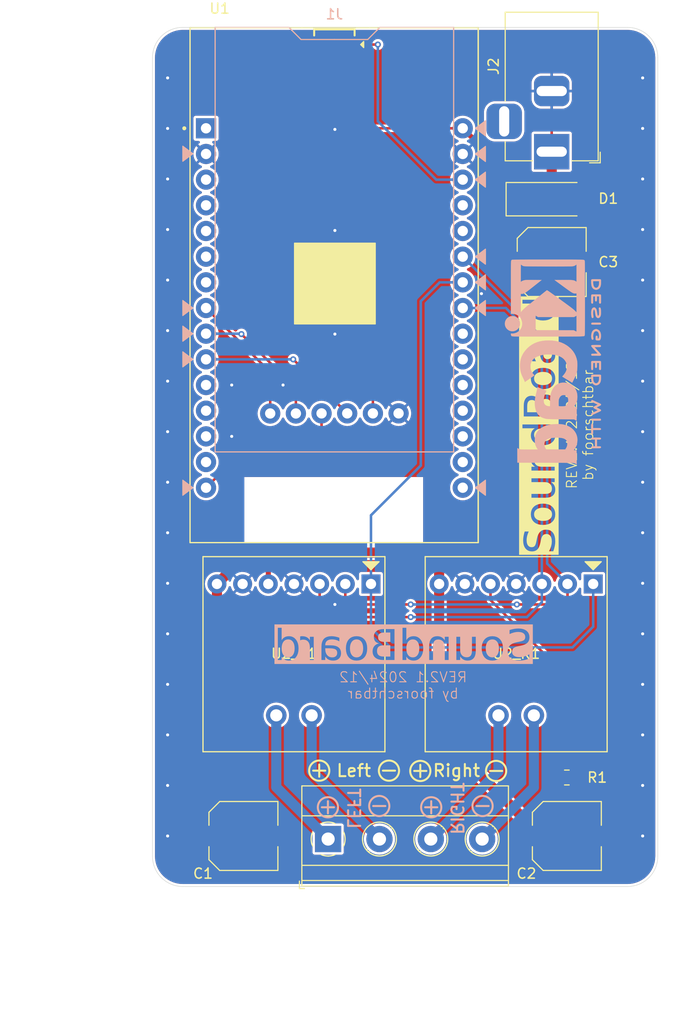
<source format=kicad_pcb>
(kicad_pcb (version 20240108) (generator "pcbnew") (generator_version "8.0")
  (layers (0 "F.Cu" signal) (31 "B.Cu" signal) (34 "B.Paste" user) (35 "F.Paste" user) (36 "B.SilkS" user "B.Silkscreen") (37 "F.SilkS" user "F.Silkscreen") (38 "B.Mask" user) (39 "F.Mask" user) (44 "Edge.Cuts" user))
  (net 0 "")
  (net 1 "+5V")
  (net 2 "GND")
  (net 3 "VIN")
  (net 4 "Net-(J3-Pin_2)")
  (net 5 "Net-(J3-Pin_1)")
  (net 6 "Net-(U2_R1-~{SD})")
  (net 7 "I2S_BCLK")
  (net 8 "I2S_LRC")
  (net 9 "I2S_DIN")
  (net 11 "NEOPIXEL")
  (net 17 "SD_SCK")
  (net 27 "SD_MOSI")
  (net 31 "SD_CS")
  (net 34 "SD_MISO")
  (net 36 "Net-(J3-Pin_4)")
  (net 37 "Net-(J3-Pin_3)")
  (footprint "MAX98357A:MAX98357A" (layer "F.Cu") (at 147.985 120.175 -90)
    (property "Reference" "U2_L1" (at 0 0 180) (layer "F.SilkS"))
    (property "Value" "DEV14809" (hide yes))
    (pad "J1_1" thru_hole circle (at 6.1 1.75 270) (size 2.032 2.032) (drill 1.2) (layers "*.Cu" "*.Mask") (net 5 "Net-(J3-Pin_1)"))
    (pad "J1_2" thru_hole circle (at 6.1 -1.75 270) (size 2.032 2.032) (drill 1.2) (layers "*.Cu" "*.Mask") (net 4 "Net-(J3-Pin_2)"))
    (pad "J2_1" thru_hole rect (at -6.9 -7.62 270) (size 1.8796 1.8796) (drill 1.016) (layers "*.Cu" "*.Mask") (net 8 "I2S_LRC"))
    (pad "J2_2" thru_hole circle (at -6.9 -5.08 270) (size 1.8796 1.8796) (drill 1.016) (layers "*.Cu" "*.Mask") (net 7 "I2S_BCLK"))
    (pad "J2_3" thru_hole circle (at -6.9 -2.54 270) (size 1.8796 1.8796) (drill 1.016) (layers "*.Cu" "*.Mask") (net 9 "I2S_DIN"))
    (pad "J2_4" thru_hole circle (at -6.9 0 270) (size 1.8796 1.8796) (drill 1.016) (layers "*.Cu" "*.Mask") (net 2 "GND"))
    (pad "J2_5" thru_hole circle (at -6.9 2.54 270) (size 1.8796 1.8796) (drill 1.016) (layers "*.Cu" "*.Mask") (net 1 "+5V"))
    (pad "J2_6" thru_hole circle (at -6.9 5.08 270) (size 1.8796 1.8796) (drill 1.016) (layers "*.Cu" "*.Mask") (net 2 "GND"))
    (pad "J2_7" thru_hole circle (at -6.9 7.62 270) (size 1.8796 1.8796) (drill 1.016) (layers "*.Cu" "*.Mask") (net 1 "+5V"))
  )
  (footprint "TerminalBlock_Phoenix:TerminalBlock_Phoenix_MKDS-1,5-4-5.08_1x04_P5.08mm_Horizontal" (layer "F.Cu") (at 151.365 138.515)
    (property "Reference" "J3" (hide yes))
    (property "Value" "Conn_01x04_Socket" (hide yes))
    (pad "1" thru_hole rect (at 0 0) (size 2.6 2.6) (drill 1.3) (layers "*.Cu" "*.Mask") (net 5 "Net-(J3-Pin_1)"))
    (pad "2" thru_hole circle (at 5.08 0) (size 2.6 2.6) (drill 1.3) (layers "*.Cu" "*.Mask") (net 4 "Net-(J3-Pin_2)"))
    (pad "3" thru_hole circle (at 10.16 0) (size 2.6 2.6) (drill 1.3) (layers "*.Cu" "*.Mask") (net 37 "Net-(J3-Pin_3)"))
    (pad "4" thru_hole circle (at 15.24 0) (size 2.6 2.6) (drill 1.3) (layers "*.Cu" "*.Mask") (net 36 "Net-(J3-Pin_4)"))
  )
  (footprint "Capacitor_SMD:C_Elec_6.3x7.7" (layer "F.Cu") (at 173.485 81.425)
    (property "Reference" "C3" (at 5.6 0 0) (layer "F.SilkS"))
    (property "Value" "470uF" (hide yes))
    (pad "1" smd roundrect (at -2.5375 0) (size 3.325 1.6) (layers "F.Cu" "F.Paste" "F.Mask") (roundrect_rratio 0.15625) (net 1 "+5V"))
    (pad "2" smd roundrect (at 2.5375 0) (size 3.325 1.6) (layers "F.Cu" "F.Paste" "F.Mask") (roundrect_rratio 0.15625) (net 2 "GND"))
  )
  (footprint "ESP32-DEVKIT-V1:ESP32_DEVKIT_V1" (layer "F.Cu") (at 151.985 83.71)
    (property "Reference" "U1" (at -11.355 -27.36 0) (layer "F.SilkS"))
    (property "Value" "ESP32-DEVKIT-V1" (hide yes))
    (pad "1" thru_hole rect (at -12.7 -15.515) (size 2 2) (drill 1.02) (layers "*.Cu" "*.Mask"))
    (pad "2" thru_hole circle (at -12.7 -12.975) (size 2 2) (drill 1.02) (layers "*.Cu" "*.Mask") (net 2 "GND"))
    (pad "3" thru_hole circle (at -12.7 -10.435) (size 2 2) (drill 1.02) (layers "*.Cu" "*.Mask"))
    (pad "4" thru_hole circle (at -12.7 -7.895) (size 2 2) (drill 1.02) (layers "*.Cu" "*.Mask"))
    (pad "5" thru_hole circle (at -12.7 -5.355) (size 2 2) (drill 1.02) (layers "*.Cu" "*.Mask"))
    (pad "6" thru_hole circle (at -12.7 -2.815) (size 2 2) (drill 1.02) (layers "*.Cu" "*.Mask"))
    (pad "7" thru_hole circle (at -12.7 -0.275) (size 2 2) (drill 1.02) (layers "*.Cu" "*.Mask"))
    (pad "8" thru_hole circle (at -12.7 2.265) (size 2 2) (drill 1.02) (layers "*.Cu" "*.Mask") (net 31 "SD_CS"))
    (pad "9" thru_hole circle (at -12.7 4.805) (size 2 2) (drill 1.02) (layers "*.Cu" "*.Mask") (net 17 "SD_SCK"))
    (pad "10" thru_hole circle (at -12.7 7.345) (size 2 2) (drill 1.02) (layers "*.Cu" "*.Mask") (net 34 "SD_MISO"))
    (pad "11" thru_hole circle (at -12.7 9.885) (size 2 2) (drill 1.02) (layers "*.Cu" "*.Mask"))
    (pad "12" thru_hole circle (at -12.7 12.425) (size 2 2) (drill 1.02) (layers "*.Cu" "*.Mask"))
    (pad "13" thru_hole circle (at -12.7 14.965) (size 2 2) (drill 1.02) (layers "*.Cu" "*.Mask"))
    (pad "14" thru_hole circle (at -12.7 17.505) (size 2 2) (drill 1.02) (layers "*.Cu" "*.Mask"))
    (pad "15" thru_hole circle (at -12.7 20.045) (size 2 2) (drill 1.02) (layers "*.Cu" "*.Mask") (net 27 "SD_MOSI"))
    (pad "16" thru_hole circle (at 12.7 20.045) (size 2 2) (drill 1.02) (layers "*.Cu" "*.Mask"))
    (pad "17" thru_hole circle (at 12.7 17.505) (size 2 2) (drill 1.02) (layers "*.Cu" "*.Mask"))
    (pad "18" thru_hole circle (at 12.7 14.965) (size 2 2) (drill 1.02) (layers "*.Cu" "*.Mask"))
    (pad "19" thru_hole circle (at 12.7 12.425) (size 2 2) (drill 1.02) (layers "*.Cu" "*.Mask"))
    (pad "20" thru_hole circle (at 12.7 9.885) (size 2 2) (drill 1.02) (layers "*.Cu" "*.Mask"))
    (pad "21" thru_hole circle (at 12.7 7.345) (size 2 2) (drill 1.02) (layers "*.Cu" "*.Mask"))
    (pad "22" thru_hole circle (at 12.7 4.805) (size 2 2) (drill 1.02) (layers "*.Cu" "*.Mask"))
    (pad "23" thru_hole circle (at 12.7 2.265) (size 2 2) (drill 1.02) (layers "*.Cu" "*.Mask") (net 9 "I2S_DIN"))
    (pad "24" thru_hole circle (at 12.7 -0.275) (size 2 2) (drill 1.02) (layers "*.Cu" "*.Mask") (net 8 "I2S_LRC"))
    (pad "25" thru_hole circle (at 12.7 -2.815) (size 2 2) (drill 1.02) (layers "*.Cu" "*.Mask") (net 7 "I2S_BCLK"))
    (pad "26" thru_hole circle (at 12.7 -5.355) (size 2 2) (drill 1.02) (layers "*.Cu" "*.Mask"))
    (pad "27" thru_hole circle (at 12.7 -7.895) (size 2 2) (drill 1.02) (layers "*.Cu" "*.Mask"))
    (pad "28" thru_hole circle (at 12.7 -10.435) (size 2 2) (drill 1.02) (layers "*.Cu" "*.Mask") (net 11 "NEOPIXEL"))
    (pad "29" thru_hole circle (at 12.7 -12.975) (size 2 2) (drill 1.02) (layers "*.Cu" "*.Mask") (net 2 "GND"))
    (pad "30" thru_hole circle (at 12.7 -15.515) (size 2 2) (drill 1.02) (layers "*.Cu" "*.Mask") (net 3 "VIN"))
    (zone (net 0) (net_name "") (layer "F.Cu") (connect_pads (clearance 0)) (min_thickness 0.01)
      (keepout (tracks allowed) (vias not_allowed) (pads not_allowed) (copperpour not_allowed) (footprints allowed))
      (fill (thermal_gap 0.508) (thermal_bridge_width 0.508))
      (polygon (pts (xy 143.075 102.695) (xy 160.765 102.695) (xy 160.765 109.185) (xy 143.075 109.185)))
    )
    (zone (net 0) (net_name "") (layer "B.Cu") (connect_pads (clearance 0)) (min_thickness 0.01)
      (keepout (tracks allowed) (vias not_allowed) (pads not_allowed) (copperpour not_allowed) (footprints allowed))
      (fill (thermal_gap 0.508) (thermal_bridge_width 0.508))
      (polygon (pts (xy 143.075 102.695) (xy 160.765 102.695) (xy 160.765 109.185) (xy 143.075 109.185)))
    )
  )
  (footprint "Connector_BarrelJack:BarrelJack_Horizontal" (layer "F.Cu") (at 173.485 70.51 -90)
    (property "Reference" "J2" (at -8.45 5.75 90) (layer "F.SilkS"))
    (property "Value" "Barrel_Jack_Switch" (hide yes))
    (pad "1" thru_hole rect (at 0 0 270) (size 3.5 3.5) (drill oval 1 3) (layers "*.Cu" "*.Mask") (net 1 "+5V"))
    (pad "2" thru_hole roundrect (at -6 0 270) (size 3 3.5) (drill oval 1 3) (layers "*.Cu" "*.Mask") (net 2 "GND"))
    (pad "3" thru_hole roundrect (at -3 4.7 270) (size 3.5 3.5) (drill oval 3 1) (layers "*.Cu" "*.Mask"))
  )
  (footprint "Capacitor_SMD:C_Elec_6.3x7.7" (layer "F.Cu") (at 174.985 138.21)
    (property "Reference" "C2" (at -4 3.715 0) (layer "F.SilkS"))
    (property "Value" "470uF" (hide yes))
    (pad "1" smd roundrect (at -2.5375 0) (size 3.325 1.6) (layers "F.Cu" "F.Paste" "F.Mask") (roundrect_rratio 0.15625) (net 1 "+5V"))
    (pad "2" smd roundrect (at 2.5375 0) (size 3.325 1.6) (layers "F.Cu" "F.Paste" "F.Mask") (roundrect_rratio 0.15625) (net 2 "GND"))
  )
  (footprint "SK6812SIDE:SK6812SIDE" (layer "F.Cu") (at 151.985 59.91 180)
    (property "Reference" "LED1" (hide yes))
    (property "Value" "SK6812SIDE" (hide yes))
    (pad "1" smd custom (at -1.575 0 180) (size 0.55 1.2) (layers "F.Cu" "F.Paste" "F.Mask") (net 11 "NEOPIXEL") (options (clearance outline) (anchor rect)) (primitives (gr_rect (start -0.725 -0.275) (end 0.225 0.275) (width 0) (fill yes))))
    (pad "2" smd rect (at -0.45 0 180) (size 0.7 1.2) (layers "F.Cu" "F.Paste" "F.Mask") (net 3 "VIN"))
    (pad "3" smd rect (at 0.575 0 180) (size 0.45 1.2) (layers "F.Cu" "F.Paste" "F.Mask"))
    (pad "4" smd custom (at 1.575 0 180) (size 0.55 1.2) (layers "F.Cu" "F.Paste" "F.Mask") (net 2 "GND") (options (clearance outline) (anchor rect)) (primitives (gr_rect (start -0.225 -0.275) (end 0.725 0.275) (width 0) (fill yes))))
  )
  (footprint "Capacitor_SMD:C_Elec_6.3x7.7" (layer "F.Cu") (at 142.985 138.21)
    (property "Reference" "C1" (at -4 3.715 0) (layer "F.SilkS"))
    (property "Value" "470uF" (hide yes))
    (pad "1" smd roundrect (at -2.5375 0) (size 3.325 1.6) (layers "F.Cu" "F.Paste" "F.Mask") (roundrect_rratio 0.15625) (net 1 "+5V"))
    (pad "2" smd roundrect (at 2.5375 0) (size 3.325 1.6) (layers "F.Cu" "F.Paste" "F.Mask") (roundrect_rratio 0.15625) (net 2 "GND"))
  )
  (footprint "Diode_SMD:D_SMA_Handsoldering" (layer "F.Cu") (at 173.485 75.21)
    (property "Reference" "D1" (at 5.6 -0.06 0) (layer "F.SilkS"))
    (property "Value" "1N5822")
    (pad "1" smd roundrect (at -2.5 0) (size 3.5 1.8) (layers "F.Cu" "F.Paste" "F.Mask") (roundrect_rratio 0.1388888889) (net 3 "VIN"))
    (pad "2" smd roundrect (at 2.5 0) (size 3.5 1.8) (layers "F.Cu" "F.Paste" "F.Mask") (roundrect_rratio 0.1388888889) (net 1 "+5V"))
  )
  (footprint "MAX98357A:MAX98357A" (layer "F.Cu") (at 169.97 120.175 -90)
    (property "Reference" "U2_R1" (at 0 -0.015 0) (layer "F.SilkS"))
    (property "Value" "DEV14809" (hide yes))
    (pad "J1_1" thru_hole circle (at 6.1 1.75 270) (size 2.032 2.032) (drill 1.2) (layers "*.Cu" "*.Mask") (net 37 "Net-(J3-Pin_3)"))
    (pad "J1_2" thru_hole circle (at 6.1 -1.75 270) (size 2.032 2.032) (drill 1.2) (layers "*.Cu" "*.Mask") (net 36 "Net-(J3-Pin_4)"))
    (pad "J2_1" thru_hole rect (at -6.9 -7.62 270) (size 1.8796 1.8796) (drill 1.016) (layers "*.Cu" "*.Mask") (net 8 "I2S_LRC"))
    (pad "J2_2" thru_hole circle (at -6.9 -5.08 270) (size 1.8796 1.8796) (drill 1.016) (layers "*.Cu" "*.Mask") (net 7 "I2S_BCLK"))
    (pad "J2_3" thru_hole circle (at -6.9 -2.54 270) (size 1.8796 1.8796) (drill 1.016) (layers "*.Cu" "*.Mask") (net 9 "I2S_DIN"))
    (pad "J2_4" thru_hole circle (at -6.9 0 270) (size 1.8796 1.8796) (drill 1.016) (layers "*.Cu" "*.Mask") (net 2 "GND"))
    (pad "J2_5" thru_hole circle (at -6.9 2.54 270) (size 1.8796 1.8796) (drill 1.016) (layers "*.Cu" "*.Mask") (net 6 "Net-(U2_R1-~{SD})"))
    (pad "J2_6" thru_hole circle (at -6.9 5.08 270) (size 1.8796 1.8796) (drill 1.016) (layers "*.Cu" "*.Mask") (net 2 "GND"))
    (pad "J2_7" thru_hole circle (at -6.9 7.62 270) (size 1.8796 1.8796) (drill 1.016) (layers "*.Cu" "*.Mask") (net 1 "+5V"))
  )
  (footprint "Resistor_SMD:R_0805_2012Metric_Pad1.20x1.40mm_HandSolder" (layer "F.Cu") (at 174.985 132.425)
    (property "Reference" "R1" (at 3 0 0) (layer "F.SilkS"))
    (property "Value" "370k" (hide yes))
    (pad "1" smd roundrect (at -1 0) (size 1.2 1.4) (layers "F.Cu" "F.Paste" "F.Mask") (roundrect_rratio 0.208333) (net 1 "+5V"))
    (pad "2" smd roundrect (at 1 0) (size 1.2 1.4) (layers "F.Cu" "F.Paste" "F.Mask") (roundrect_rratio 0.208333) (net 6 "Net-(U2_R1-~{SD})"))
  )
  (footprint "Symbol:KiCad-Logo2_8mm_SilkScreen" (layer "B.Cu") (at 172.785 91.305 -90)
    (property "Reference" "REF**" (hide yes))
    (property "Value" "KiCad-Logo2_8mm_SilkScreen" (hide yes))
  )
  (footprint "SDCardAdapter:SDCardAdapter" (layer "B.Cu") (at 151.985 79.21 180)
    (property "Reference" "J1" (at 0 22.3 0) (layer "B.SilkS") (effects (justify mirror)))
    (property "Value" "Micro SD Card Adapter" (hide yes))
    (pad "1" thru_hole circle (at -6.35 -17.19 180) (size 2 2) (drill 1.02) (layers "*.Cu" "*.Mask") (net 2 "GND"))
    (pad "2" thru_hole circle (at -3.81 -17.19 180) (size 2 2) (drill 1.02) (layers "*.Cu" "*.Mask") (net 3 "VIN"))
    (pad "3" thru_hole circle (at -1.27 -17.19 180) (size 2 2) (drill 1.02) (layers "*.Cu" "*.Mask") (net 34 "SD_MISO"))
    (pad "4" thru_hole circle (at 1.27 -17.19 180) (size 2 2) (drill 1.02) (layers "*.Cu" "*.Mask") (net 27 "SD_MOSI"))
    (pad "5" thru_hole circle (at 3.81 -17.2 180) (size 2 2) (drill 1.02) (layers "*.Cu" "*.Mask") (net 17 "SD_SCK"))
    (pad "6" thru_hole circle (at 6.35 -17.2 180) (size 2 2) (drill 1.02) (layers "*.Cu" "*.Mask") (net 31 "SD_CS"))
  )
  (gr_poly (pts (xy 166.935 104.505) (xy 166.935 103.005) (xy 165.935 103.755)) (stroke (width 0.1)) (fill solid) (layer "B.SilkS"))
  (gr_poly (pts (xy 136.985 85.225) (xy 136.985 86.725) (xy 137.985 85.975)) (stroke (width 0.1)) (fill solid) (layer "B.SilkS"))
  (gr_circle (center 156.425 135.245001) (end 157.425 135.245001) (stroke (width 0.2)) (fill none) (layer "B.SilkS"))
  (gr_line (start 150.745 135.370001) (end 151.945 135.370001) (stroke (width 0.2)) (layer "B.SilkS"))
  (gr_poly (pts (xy 136.985 103.005) (xy 136.985 104.505) (xy 137.985 103.755)) (stroke (width 0.1)) (fill solid) (layer "B.SilkS"))
  (gr_circle (center 161.565 135.370001) (end 162.565 135.370001) (stroke (width 0.2)) (fill none) (layer "B.SilkS"))
  (gr_poly (pts (xy 166.935 81.645) (xy 166.935 80.145) (xy 165.935 80.895)) (stroke (width 0.1)) (fill solid) (layer "B.SilkS"))
  (gr_poly (pts (xy 166.935 86.725) (xy 166.935 85.225) (xy 165.935 85.975)) (stroke (width 0.1)) (fill solid) (layer "B.SilkS"))
  (gr_poly (pts (xy 136.985 69.96) (xy 136.985 71.46) (xy 137.985 70.71)) (stroke (width 0.1)) (fill solid) (layer "B.SilkS"))
  (gr_poly (pts (xy 166.935 68.945) (xy 166.935 67.445) (xy 165.935 68.195)) (stroke (width 0.1)) (fill solid) (layer "B.SilkS"))
  (gr_line (start 166.045 135.245001) (end 167.245 135.245001) (stroke (width 0.2)) (layer "B.SilkS"))
  (gr_poly (pts (xy 166.935 74.025) (xy 166.935 72.525) (xy 165.935 73.275)) (stroke (width 0.1)) (fill solid) (layer "B.SilkS"))
  (gr_poly (pts (xy 166.935 84.185) (xy 166.935 82.685) (xy 165.935 83.435)) (stroke (width 0.1)) (fill solid) (layer "B.SilkS"))
  (gr_circle (center 166.645 135.245001) (end 167.645 135.245001) (stroke (width 0.2)) (fill none) (layer "B.SilkS"))
  (gr_poly (pts (xy 166.935 71.485) (xy 166.935 69.985) (xy 165.935 70.735)) (stroke (width 0.1)) (fill solid) (layer "B.SilkS"))
  (gr_line (start 161.565 135.970001) (end 161.565 134.770001) (stroke (width 0.2)) (layer "B.SilkS"))
  (gr_circle (center 151.345 135.370001) (end 152.345 135.370001) (stroke (width 0.2)) (fill none) (layer "B.SilkS"))
  (gr_poly (pts (xy 136.985 87.765) (xy 136.985 89.265) (xy 137.985 88.515)) (stroke (width 0.1)) (fill solid) (layer "B.SilkS"))
  (gr_line (start 160.965 135.370001) (end 162.165 135.370001) (stroke (width 0.2)) (layer "B.SilkS"))
  (gr_line (start 151.345 135.970001) (end 151.345 134.770001) (stroke (width 0.2)) (layer "B.SilkS"))
  (gr_line (start 155.825 135.245001) (end 157.025 135.245001) (stroke (width 0.2)) (layer "B.SilkS"))
  (gr_poly (pts (xy 136.985 90.305) (xy 136.985 91.805) (xy 137.985 91.055)) (stroke (width 0.1)) (fill solid) (layer "B.SilkS"))
  (gr_line (start 167.385 131.775) (end 168.585 131.775) (stroke (width 0.2)) (layer "F.SilkS"))
  (gr_circle (center 157.385 131.745) (end 158.385 131.745) (stroke (width 0.2)) (fill none) (layer "F.SilkS"))
  (gr_rect (start 148.035 79.555) (end 156.035 87.555) (stroke (width 0.1)) (fill solid) (layer "F.SilkS"))
  (gr_circle (center 150.485 131.745) (end 151.485 131.745) (stroke (width 0.2)) (fill none) (layer "F.SilkS"))
  (gr_line (start 156.785 131.745) (end 157.985 131.745) (stroke (width 0.2)) (layer "F.SilkS"))
  (gr_line (start 149.885 131.745) (end 151.085 131.745) (stroke (width 0.2)) (layer "F.SilkS"))
  (gr_circle (center 167.985 131.775) (end 168.985 131.775) (stroke (width 0.2)) (fill none) (layer "F.SilkS"))
  (gr_circle (center 160.485 131.775) (end 161.485 131.775) (stroke (width 0.2)) (fill none) (layer "F.SilkS"))
  (gr_line (start 159.885 131.775) (end 161.085 131.775) (stroke (width 0.2)) (layer "F.SilkS"))
  (gr_line (start 160.485 131.175) (end 160.485 132.375) (stroke (width 0.2)) (layer "F.SilkS"))
  (gr_line (start 150.485 131.145) (end 150.485 132.345) (stroke (width 0.2)) (layer "F.SilkS"))
  (gr_arc (start 180.985 58.21) (mid 183.10632 59.08868) (end 183.985 61.21) (stroke (width 0.05)) (layer "Edge.Cuts"))
  (gr_arc (start 133.985 61.21) (mid 134.86368 59.08868) (end 136.985 58.21) (stroke (width 0.05)) (layer "Edge.Cuts"))
  (gr_arc (start 136.985 143.21) (mid 134.86368 142.33132) (end 133.985 140.21) (stroke (width 0.05)) (layer "Edge.Cuts"))
  (gr_line (start 133.985 140.21) (end 133.985 61.21) (stroke (width 0.05)) (layer "Edge.Cuts"))
  (gr_line (start 180.985 143.21) (end 136.985 143.21) (stroke (width 0.05)) (layer "Edge.Cuts"))
  (gr_line (start 183.985 140.21) (end 183.985 61.21) (stroke (width 0.05)) (layer "Edge.Cuts"))
  (gr_arc (start 183.985 140.21) (mid 183.10632 142.33132) (end 180.985 143.21) (stroke (width 0.05)) (layer "Edge.Cuts"))
  (gr_line (start 180.985 58.21) (end 136.985 58.21) (stroke (width 0.05)) (layer "Edge.Cuts"))
  (gr_text "RIGHT" (at 164.105 135.495 -90) (layer "B.SilkS") (effects (font (size 1.2 1.2) (thickness 0.2)) (justify mirror)))
  (gr_text "LEFT" (at 153.885 135.495 -90) (layer "B.SilkS") (effects (font (size 1.2 1.2) (thickness 0.2)) (justify mirror)))
  (gr_text "REV2.1 2024/12\nby foorschtbar\n" (at 158.785 123.305 0) (layer "B.SilkS") (effects (font (size 1 1) (thickness 0.1)) (justify mirror)))
  (gr_text "SoundBoard" (at 158.785 119.555 0) (layer "B.SilkS" knockout) (effects (font (size 3 3) (thickness 0.1)) (justify mirror)))
  (gr_text "Right" (at 164.065 131.745 0) (layer "F.SilkS") (effects (font (size 1.2 1.2) (thickness 0.2))))
  (gr_text "Left" (at 153.905 131.745 0) (layer "F.SilkS") (effects (font (size 1.2 1.2) (thickness 0.2))))
  (gr_text "SoundBoard" (at 172.535 97.555 90) (layer "F.SilkS" knockout) (effects (font (size 3 3) (thickness 0.1))))
  (gr_text "REV2.1 2024/12\nby foorschtbar\n" (at 176.285 97.555 90) (layer "F.SilkS") (effects (font (size 1 1) (thickness 0.1))))
  (segment (start 170.9475 81.425) (end 170.9475 101.7125) (width 1) (layer "F.Cu") (net 1))
  (segment (start 173.52 75.21) (end 173.485 75.175) (width 0.5) (layer "F.Cu") (net 1))
  (segment (start 173.485 70.51) (end 173.485 68.51) (width 0.25) (layer "F.Cu") (net 1))
  (segment (start 145.735 110.175) (end 143.465 110.175) (width 1) (layer "F.Cu") (net 1))
  (segment (start 145.445 113.275) (end 145.445 110.465) (width 0.5) (layer "F.Cu") (net 1))
  (segment (start 173.485 70.51) (end 173.485 75.175) (width 1) (layer "F.Cu") (net 1))
  (segment (start 175.135 75.21) (end 173.52 75.21) (width 1) (layer "F.Cu") (net 1))
  (segment (start 173.485 78.8875) (end 170.9475 81.425) (width 1) (layer "F.Cu") (net 1))
  (segment (start 173.985 132.425) (end 173.985 136.6725) (width 0.25) (layer "F.Cu") (net 1))
  (segment (start 170.9475 101.7125) (end 162.485 110.175) (width 1) (layer "F.Cu") (net 1))
  (segment (start 162.35 113.275) (end 162.35 110.31) (width 1) (layer "F.Cu") (net 1))
  (segment (start 155.795 110.175) (end 145.735 110.175) (width 1) (layer "F.Cu") (net 1))
  (segment (start 162.35 113.275) (end 162.35 128.1125) (width 1) (layer "F.Cu") (net 1))
  (segment (start 143.465 110.175) (end 140.365 113.275) (width 1) (layer "F.Cu") (net 1))
  (segment (start 145.445 110.465) (end 145.735 110.175) (width 0.5) (layer "F.Cu") (net 1))
  (segment (start 173.485 75.175) (end 173.485 78.8875) (width 1) (layer "F.Cu") (net 1))
  (segment (start 162.35 110.31) (end 162.485 110.175) (width 1) (layer "F.Cu") (net 1))
  (segment (start 173.985 136.6725) (end 172.4475 138.21) (width 0.25) (layer "F.Cu") (net 1))
  (segment (start 162.35 128.1125) (end 172.4475 138.21) (width 1) (layer "F.Cu") (net 1))
  (segment (start 162.485 110.175) (end 155.795 110.175) (width 1) (layer "F.Cu") (net 1))
  (segment (start 140.365 113.275) (end 140.365 138.1275) (width 1) (layer "F.Cu") (net 1))
  (via (at 141.825 98.675) (size 0.6) (drill 0.3) (layers "F.Cu" "B.Cu") (net 2))
  (via (at 152.035 68.305) (size 0.6) (drill 0.3) (layers "F.Cu" "B.Cu") (net 2))
  (via (at 135.485 88.21) (size 0.6) (drill 0.3) (layers "F.Cu" "B.Cu") (net 2))
  (via (at 135.485 138.21) (size 0.6) (drill 0.3) (layers "F.Cu" "B.Cu") (net 2))
  (via (at 182.485 63.21) (size 0.6) (drill 0.3) (layers "F.Cu" "B.Cu") (net 2))
  (via (at 182.485 68.21) (size 0.6) (drill 0.3) (layers "F.Cu" "B.Cu") (net 2))
  (via (at 141.825 93.595) (size 0.6) (drill 0.3) (layers "F.Cu" "B.Cu") (net 2))
  (via (at 135.485 123.21) (size 0.6) (drill 0.3) (layers "F.Cu" "B.Cu") (net 2))
  (via (at 182.485 93.21) (size 0.6) (drill 0.3) (layers "F.Cu" "B.Cu") (net 2))
  (via (at 135.485 73.21) (size 0.6) (drill 0.3) (layers "F.Cu" "B.Cu") (net 2))
  (via (at 182.485 73.21) (size 0.6) (drill 0.3) (layers "F.Cu" "B.Cu") (net 2))
  (via (at 152.035 115.305) (size 0.6) (drill 0.3) (layers "F.Cu" "B.Cu") (net 2))
  (via (at 182.485 103.21) (size 0.6) (drill 0.3) (layers "F.Cu" "B.Cu") (net 2))
  (via (at 182.485 138.21) (size 0.6) (drill 0.3) (layers "F.Cu" "B.Cu") (net 2))
  (via (at 152.035 88.555) (size 0.6) (drill 0.3) (layers "F.Cu" "B.Cu") (net 2))
  (via (at 135.485 68.21) (size 0.6) (drill 0.3) (layers "F.Cu" "B.Cu") (net 2))
  (via (at 152.035 78.305) (size 0.6) (drill 0.3) (layers "F.Cu" "B.Cu") (net 2))
  (via (at 146.905 93.595) (size 0.6) (drill 0.3) (layers "F.Cu" "B.Cu") (net 2))
  (via (at 135.485 98.21) (size 0.6) (drill 0.3) (layers "F.Cu" "B.Cu") (net 2))
  (via (at 135.485 78.21) (size 0.6) (drill 0.3) (layers "F.Cu" "B.Cu") (net 2))
  (via (at 182.485 118.21) (size 0.6) (drill 0.3) (layers "F.Cu" "B.Cu") (net 2))
  (via (at 135.485 63.21) (size 0.6) (drill 0.3) (layers "F.Cu" "B.Cu") (net 2))
  (via (at 182.485 133.21) (size 0.6) (drill 0.3) (layers "F.Cu" "B.Cu") (net 2))
  (via (at 135.485 133.21) (size 0.6) (drill 0.3) (layers "F.Cu" "B.Cu") (net 2))
  (via (at 135.485 93.21) (size 0.6) (drill 0.3) (layers "F.Cu" "B.Cu") (net 2))
  (via (at 135.485 103.21) (size 0.6) (drill 0.3) (layers "F.Cu" "B.Cu") (net 2))
  (via (at 182.485 98.21) (size 0.6) (drill 0.3) (layers "F.Cu" "B.Cu") (net 2))
  (via (at 166.535 84.555) (size 0.6) (drill 0.3) (layers "F.Cu" "B.Cu") (net 2))
  (via (at 182.485 128.21) (size 0.6) (drill 0.3) (layers "F.Cu" "B.Cu") (net 2))
  (via (at 135.485 118.21) (size 0.6) (drill 0.3) (layers "F.Cu" "B.Cu") (net 2))
  (via (at 182.485 108.21) (size 0.6) (drill 0.3) (layers "F.Cu" "B.Cu") (net 2))
  (via (at 135.485 108.21) (size 0.6) (drill 0.3) (layers "F.Cu" "B.Cu") (net 2))
  (via (at 182.485 78.21) (size 0.6) (drill 0.3) (layers "F.Cu" "B.Cu") (net 2))
  (via (at 135.485 113.21) (size 0.6) (drill 0.3) (layers "F.Cu" "B.Cu") (net 2))
  (via (at 182.485 88.21) (size 0.6) (drill 0.3) (layers "F.Cu" "B.Cu") (net 2))
  (via (at 135.485 128.21) (size 0.6) (drill 0.3) (layers "F.Cu" "B.Cu") (net 2))
  (via (at 135.485 83.21) (size 0.6) (drill 0.3) (layers "F.Cu" "B.Cu") (net 2))
  (via (at 182.485 123.21) (size 0.6) (drill 0.3) (layers "F.Cu" "B.Cu") (net 2))
  (via (at 182.485 83.21) (size 0.6) (drill 0.3) (layers "F.Cu" "B.Cu") (net 2))
  (via (at 182.485 113.21) (size 0.6) (drill 0.3) (layers "F.Cu" "B.Cu") (net 2))
  (segment (start 155.795 96.4) (end 155.795 68.265) (width 0.25) (layer "F.Cu") (net 3))
  (segment (start 171.7 75.21) (end 164.685 68.195) (width 0.5) (layer "F.Cu") (net 3))
  (segment (start 164.685 68.195) (end 155.725 68.195) (width 0.25) (layer "F.Cu") (net 3))
  (segment (start 152.435 64.905) (end 152.435 59.91) (width 0.25) (layer "F.Cu") (net 3))
  (segment (start 155.795 68.265) (end 155.725 68.195) (width 0.25) (layer "F.Cu") (net 3))
  (segment (start 155.725 68.195) (end 152.435 64.905) (width 0.25) (layer "F.Cu") (net 3))
  (segment (start 149.735 131.805) (end 156.445 138.515) (width 1) (layer "B.Cu") (net 4))
  (segment (start 149.735 126.275) (end 149.735 131.805) (width 1) (layer "B.Cu") (net 4))
  (segment (start 146.235 126.275) (end 146.235 133.385) (width 1) (layer "B.Cu") (net 5))
  (segment (start 146.235 133.385) (end 151.365 138.515) (width 1) (layer "B.Cu") (net 5))
  (segment (start 167.43 114.87) (end 167.43 113.275) (width 0.25) (layer "F.Cu") (net 6))
  (segment (start 167.43 114.87) (end 175.985 123.425) (width 0.25) (layer "F.Cu") (net 6))
  (segment (start 175.985 123.425) (end 175.985 132.425) (width 0.25) (layer "F.Cu") (net 6))
  (segment (start 174.535 115.305) (end 175.05 114.79) (width 0.25) (layer "F.Cu") (net 7))
  (segment (start 170.035 115.305) (end 174.535 115.305) (width 0.25) (layer "F.Cu") (net 7))
  (segment (start 159.535 115.305) (end 153.535 115.305) (width 0.25) (layer "F.Cu") (net 7))
  (segment (start 175.05 113.275) (end 175.05 114.79) (width 0.25) (layer "F.Cu") (net 7))
  (segment (start 153.065 114.835) (end 153.065 113.275) (width 0.25) (layer "F.Cu") (net 7))
  (segment (start 153.535 115.305) (end 153.065 114.835) (width 0.25) (layer "F.Cu") (net 7))
  (via (at 159.535 115.305) (size 0.6) (drill 0.3) (layers "F.Cu" "B.Cu") (net 7))
  (via (at 170.035 115.305) (size 0.6) (drill 0.3) (layers "F.Cu" "B.Cu") (net 7))
  (segment (start 173.035 111.26) (end 175.05 113.275) (width 0.25) (layer "B.Cu") (net 7))
  (segment (start 173.035 89.245) (end 173.035 111.26) (width 0.25) (layer "B.Cu") (net 7))
  (segment (start 164.685 80.895) (end 173.035 89.245) (width 0.25) (layer "B.Cu") (net 7))
  (segment (start 170.035 115.305) (end 159.535 115.305) (width 0.25) (layer "B.Cu") (net 7))
  (segment (start 155.605 106.485) (end 155.605 113.275) (width 0.25) (layer "B.Cu") (net 8))
  (segment (start 155.605 117.625) (end 155.605 113.275) (width 0.25) (layer "B.Cu") (net 8))
  (segment (start 160.535 85.305) (end 160.535 101.555) (width 0.25) (layer "B.Cu") (net 8))
  (segment (start 177.59 113.275) (end 177.59 117.5) (width 0.25) (layer "B.Cu") (net 8))
  (segment (start 160.535 101.555) (end 155.605 106.485) (width 0.25) (layer "B.Cu") (net 8))
  (segment (start 177.59 117.5) (end 175.535 119.555) (width 0.25) (layer "B.Cu") (net 8))
  (segment (start 164.685 83.435) (end 162.405 83.435) (width 0.25) (layer "B.Cu") (net 8))
  (segment (start 157.535 119.555) (end 155.605 117.625) (width 0.25) (layer "B.Cu") (net 8))
  (segment (start 175.535 119.555) (end 157.535 119.555) (width 0.25) (layer "B.Cu") (net 8))
  (segment (start 162.405 83.435) (end 160.535 85.305) (width 0.25) (layer "B.Cu") (net 8))
  (segment (start 151.785 116.555) (end 150.525 115.545) (width 0.25) (layer "F.Cu") (net 9))
  (segment (start 150.525 115.545) (end 150.525 113.275) (width 0.25) (layer "F.Cu") (net 9))
  (segment (start 159.535 116.555) (end 151.785 116.555) (width 0.25) (layer "F.Cu") (net 9))
  (via (at 159.535 116.555) (size 0.6) (drill 0.3) (layers "F.Cu" "B.Cu") (net 9))
  (segment (start 172.51 113.275) (end 172.51 89.58) (width 0.25) (layer "B.Cu") (net 9))
  (segment (start 172.535 89.555) (end 168.955 85.975) (width 0.25) (layer "B.Cu") (net 9))
  (segment (start 159.535 116.555) (end 171.035 116.555) (width 0.25) (layer "B.Cu") (net 9))
  (segment (start 172.51 89.58) (end 172.535 89.555) (width 0.25) (layer "B.Cu") (net 9))
  (segment (start 168.955 85.975) (end 164.685 85.975) (width 0.25) (layer "B.Cu") (net 9))
  (segment (start 172.51 115.08) (end 172.51 113.275) (width 0.25) (layer "B.Cu") (net 9))
  (segment (start 171.035 116.555) (end 172.51 115.08) (width 0.25) (layer "B.Cu") (net 9))
  (segment (start 153.56 59.91) (end 156.285 59.91) (width 0.25) (layer "F.Cu") (net 11))
  (segment (start 156.285 59.91) (end 156.43 59.91) (width 0.25) (layer "F.Cu") (net 11))
  (via (at 156.285 59.91) (size 0.6) (drill 0.3) (layers "F.Cu" "B.Cu") (net 11))
  (segment (start 156.285 59.91) (end 156.285 67.495) (width 0.25) (layer "B.Cu") (net 11))
  (segment (start 162.065 73.275) (end 164.685 73.275) (width 0.25) (layer "B.Cu") (net 11))
  (segment (start 162.065 73.275) (end 156.285 67.495) (width 0.25) (layer "B.Cu") (net 11))
  (segment (start 148.175 93.945) (end 142.785 88.555) (width 0.25) (layer "F.Cu") (net 17))
  (segment (start 148.175 96.41) (end 148.175 93.945) (width 0.25) (layer "F.Cu") (net 17))
  (via (at 142.784998 88.555) (size 0.6) (drill 0.3) (layers "F.Cu" "B.Cu") (net 17))
  (segment (start 142.744998 88.515) (end 142.784998 88.555) (width 0.25) (layer "B.Cu") (net 17))
  (segment (start 139.285 88.515) (end 142.744998 88.515) (width 0.25) (layer "B.Cu") (net 17))
  (segment (start 143.485 99.555) (end 139.285 103.755) (width 0.25) (layer "F.Cu") (net 27))
  (segment (start 150.715 98.125) (end 149.285 99.555) (width 0.25) (layer "F.Cu") (net 27))
  (segment (start 150.715 96.4) (end 150.715 98.125) (width 0.25) (layer "F.Cu") (net 27))
  (segment (start 149.285 99.555) (end 143.485 99.555) (width 0.25) (layer "F.Cu") (net 27))
  (segment (start 139.285 85.975) (end 145.635 92.325) (width 0.25) (layer "F.Cu") (net 31))
  (segment (start 145.635 92.325) (end 145.635 96.41) (width 0.25) (layer "F.Cu") (net 31))
  (segment (start 153.255 96.4) (end 147.91 91.055) (width 0.25) (layer "F.Cu") (net 34))
  (segment (start 147.91 91.055) (end 147.909996 91.055) (width 0.25) (layer "F.Cu") (net 34))
  (via (at 147.909996 91.055) (size 0.6) (drill 0.3) (layers "F.Cu" "B.Cu") (net 34))
  (segment (start 139.285 91.055) (end 147.909996 91.055) (width 0.25) (layer "B.Cu") (net 34))
  (segment (start 171.72 133.4) (end 166.605 138.515) (width 1) (layer "B.Cu") (net 36))
  (segment (start 171.72 126.275) (end 171.72 133.4) (width 1) (layer "B.Cu") (net 36))
  (segment (start 168.22 126.275) (end 168.22 131.82) (width 1) (layer "B.Cu") (net 37))
  (segment (start 168.22 131.82) (end 161.525 138.515) (width 1) (layer "B.Cu") (net 37))
  (zone (net 2) (net_name "GND") (layers "F&B.Cu") (connect_pads (clearance 0.25)) (min_thickness 0.25) (fill yes (thermal_gap 0.25) (thermal_bridge_width 0.25))
    (polygon (pts (xy 131.985 56.21) (xy 185.985 56.21) (xy 185.985 146.21) (xy 131.985 146.21)))
  )
)
</source>
